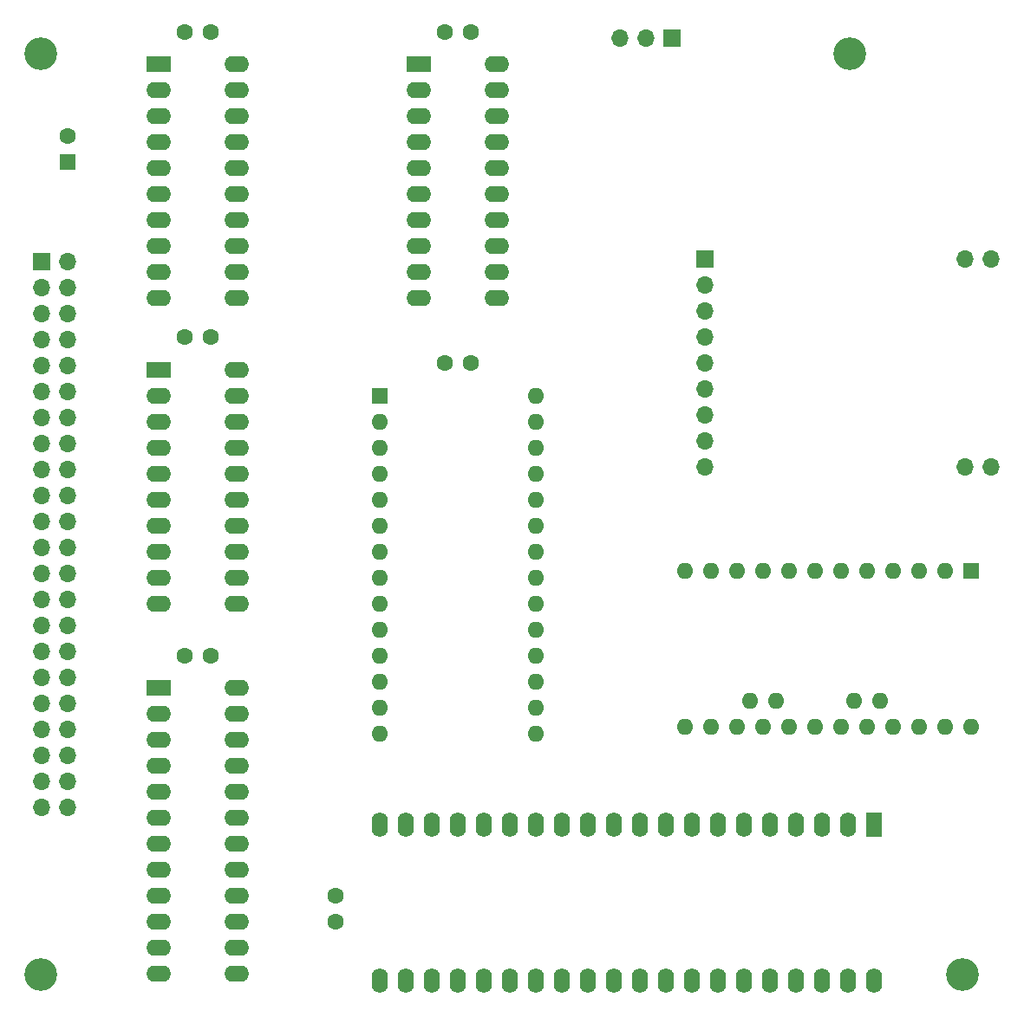
<source format=gts>
G04 #@! TF.GenerationSoftware,KiCad,Pcbnew,(5.1.9)-1*
G04 #@! TF.CreationDate,2022-05-27T10:18:45+09:00*
G04 #@! TF.ProjectId,MZ2000_SD,4d5a3230-3030-45f5-9344-2e6b69636164,rev?*
G04 #@! TF.SameCoordinates,PX53920b0PY93c3260*
G04 #@! TF.FileFunction,Soldermask,Top*
G04 #@! TF.FilePolarity,Negative*
%FSLAX46Y46*%
G04 Gerber Fmt 4.6, Leading zero omitted, Abs format (unit mm)*
G04 Created by KiCad (PCBNEW (5.1.9)-1) date 2022-05-27 10:18:45*
%MOMM*%
%LPD*%
G01*
G04 APERTURE LIST*
%ADD10C,1.600000*%
%ADD11R,1.600000X2.400000*%
%ADD12O,1.600000X2.400000*%
%ADD13C,3.200000*%
%ADD14R,1.700000X1.700000*%
%ADD15O,1.700000X1.700000*%
%ADD16R,1.600000X1.600000*%
%ADD17O,1.600000X1.600000*%
%ADD18R,2.400000X1.600000*%
%ADD19O,2.400000X1.600000*%
G04 APERTURE END LIST*
D10*
X33825000Y10230000D03*
X33825000Y12730000D03*
D11*
X86360000Y19685000D03*
D12*
X38100000Y4445000D03*
X83820000Y19685000D03*
X40640000Y4445000D03*
X81280000Y19685000D03*
X43180000Y4445000D03*
X78740000Y19685000D03*
X45720000Y4445000D03*
X76200000Y19685000D03*
X48260000Y4445000D03*
X73660000Y19685000D03*
X50800000Y4445000D03*
X71120000Y19685000D03*
X53340000Y4445000D03*
X68580000Y19685000D03*
X55880000Y4445000D03*
X66040000Y19685000D03*
X58420000Y4445000D03*
X63500000Y19685000D03*
X60960000Y4445000D03*
X60960000Y19685000D03*
X63500000Y4445000D03*
X58420000Y19685000D03*
X66040000Y4445000D03*
X55880000Y19685000D03*
X68580000Y4445000D03*
X53340000Y19685000D03*
X71120000Y4445000D03*
X50800000Y19685000D03*
X73660000Y4445000D03*
X48260000Y19685000D03*
X76200000Y4445000D03*
X45720000Y19685000D03*
X78740000Y4445000D03*
X43180000Y19685000D03*
X81280000Y4445000D03*
X40640000Y19685000D03*
X83820000Y4445000D03*
X38100000Y19685000D03*
X86360000Y4445000D03*
D13*
X5000000Y95000000D03*
X84000000Y95000000D03*
X95000000Y5000000D03*
X5000000Y5000000D03*
D14*
X69850000Y74930000D03*
D15*
X69850000Y72390000D03*
X69850000Y69850000D03*
X69850000Y67310000D03*
X69850000Y64770000D03*
X69850000Y62230000D03*
X69850000Y59690000D03*
X69850000Y57150000D03*
X69850000Y54610000D03*
X97790000Y54610000D03*
X95250000Y54610000D03*
X97790000Y74930000D03*
X95250000Y74930000D03*
D16*
X95885000Y44450000D03*
D17*
X93345000Y44450000D03*
X90805000Y44450000D03*
X67945000Y29210000D03*
X88265000Y44450000D03*
X70485000Y29210000D03*
X85725000Y44450000D03*
X73025000Y29210000D03*
X83185000Y44450000D03*
X75565000Y29210000D03*
X80645000Y44450000D03*
X78105000Y29210000D03*
X78105000Y44450000D03*
X80645000Y29210000D03*
X75565000Y44450000D03*
X83185000Y29210000D03*
X73025000Y44450000D03*
X85725000Y29210000D03*
X70485000Y44450000D03*
X88265000Y29210000D03*
X67945000Y44450000D03*
X90805000Y29210000D03*
X93345000Y29210000D03*
X95885000Y29210000D03*
X86995000Y31750000D03*
X84455000Y31750000D03*
X76835000Y31750000D03*
X74295000Y31750000D03*
D10*
X19090000Y97155000D03*
X21590000Y97155000D03*
X21590000Y67310000D03*
X19090000Y67310000D03*
X19090000Y36195000D03*
X21590000Y36195000D03*
X46990000Y64770000D03*
X44490000Y64770000D03*
X46990000Y97155000D03*
X44490000Y97155000D03*
D15*
X7620000Y21330000D03*
X5080000Y21330000D03*
X7620000Y23870000D03*
X5080000Y23870000D03*
X7620000Y26410000D03*
X5080000Y26410000D03*
X7620000Y28950000D03*
X5080000Y28950000D03*
X7620000Y31490000D03*
X5080000Y31490000D03*
X7620000Y34030000D03*
X5080000Y34030000D03*
X7620000Y36570000D03*
X5080000Y36570000D03*
X7620000Y39110000D03*
X5080000Y39110000D03*
X7620000Y41650000D03*
X5080000Y41650000D03*
X7620000Y44190000D03*
X5080000Y44190000D03*
X7620000Y46730000D03*
X5080000Y46730000D03*
X7620000Y49270000D03*
X5080000Y49270000D03*
X7620000Y51810000D03*
X5080000Y51810000D03*
X7620000Y54350000D03*
X5080000Y54350000D03*
X7620000Y56890000D03*
X5080000Y56890000D03*
X7620000Y59430000D03*
X5080000Y59430000D03*
X7620000Y61970000D03*
X5080000Y61970000D03*
X7620000Y64510000D03*
X5080000Y64510000D03*
X7620000Y67050000D03*
X5080000Y67050000D03*
X7620000Y69590000D03*
X5080000Y69590000D03*
X7620000Y72130000D03*
X5080000Y72130000D03*
X7620000Y74670000D03*
D14*
X5080000Y74670000D03*
D18*
X16510000Y93980000D03*
D19*
X24130000Y71120000D03*
X16510000Y91440000D03*
X24130000Y73660000D03*
X16510000Y88900000D03*
X24130000Y76200000D03*
X16510000Y86360000D03*
X24130000Y78740000D03*
X16510000Y83820000D03*
X24130000Y81280000D03*
X16510000Y81280000D03*
X24130000Y83820000D03*
X16510000Y78740000D03*
X24130000Y86360000D03*
X16510000Y76200000D03*
X24130000Y88900000D03*
X16510000Y73660000D03*
X24130000Y91440000D03*
X16510000Y71120000D03*
X24130000Y93980000D03*
X24130000Y64135000D03*
X16510000Y41275000D03*
X24130000Y61595000D03*
X16510000Y43815000D03*
X24130000Y59055000D03*
X16510000Y46355000D03*
X24130000Y56515000D03*
X16510000Y48895000D03*
X24130000Y53975000D03*
X16510000Y51435000D03*
X24130000Y51435000D03*
X16510000Y53975000D03*
X24130000Y48895000D03*
X16510000Y56515000D03*
X24130000Y46355000D03*
X16510000Y59055000D03*
X24130000Y43815000D03*
X16510000Y61595000D03*
X24130000Y41275000D03*
D18*
X16510000Y64135000D03*
X16510000Y33020000D03*
D19*
X24130000Y5080000D03*
X16510000Y30480000D03*
X24130000Y7620000D03*
X16510000Y27940000D03*
X24130000Y10160000D03*
X16510000Y25400000D03*
X24130000Y12700000D03*
X16510000Y22860000D03*
X24130000Y15240000D03*
X16510000Y20320000D03*
X24130000Y17780000D03*
X16510000Y17780000D03*
X24130000Y20320000D03*
X16510000Y15240000D03*
X24130000Y22860000D03*
X16510000Y12700000D03*
X24130000Y25400000D03*
X16510000Y10160000D03*
X24130000Y27940000D03*
X16510000Y7620000D03*
X24130000Y30480000D03*
X16510000Y5080000D03*
X24130000Y33020000D03*
D18*
X41910000Y93980000D03*
D19*
X49530000Y71120000D03*
X41910000Y91440000D03*
X49530000Y73660000D03*
X41910000Y88900000D03*
X49530000Y76200000D03*
X41910000Y86360000D03*
X49530000Y78740000D03*
X41910000Y83820000D03*
X49530000Y81280000D03*
X41910000Y81280000D03*
X49530000Y83820000D03*
X41910000Y78740000D03*
X49530000Y86360000D03*
X41910000Y76200000D03*
X49530000Y88900000D03*
X41910000Y73660000D03*
X49530000Y91440000D03*
X41910000Y71120000D03*
X49530000Y93980000D03*
D16*
X7620000Y84455000D03*
D10*
X7620000Y86955000D03*
D14*
X66675000Y96520000D03*
D15*
X64135000Y96520000D03*
X61595000Y96520000D03*
D16*
X38100000Y61595000D03*
D17*
X53340000Y28575000D03*
X38100000Y59055000D03*
X53340000Y31115000D03*
X38100000Y56515000D03*
X53340000Y33655000D03*
X38100000Y53975000D03*
X53340000Y36195000D03*
X38100000Y51435000D03*
X53340000Y38735000D03*
X38100000Y48895000D03*
X53340000Y41275000D03*
X38100000Y46355000D03*
X53340000Y43815000D03*
X38100000Y43815000D03*
X53340000Y46355000D03*
X38100000Y41275000D03*
X53340000Y48895000D03*
X38100000Y38735000D03*
X53340000Y51435000D03*
X38100000Y36195000D03*
X53340000Y53975000D03*
X38100000Y33655000D03*
X53340000Y56515000D03*
X38100000Y31115000D03*
X53340000Y59055000D03*
X38100000Y28575000D03*
X53340000Y61595000D03*
M02*

</source>
